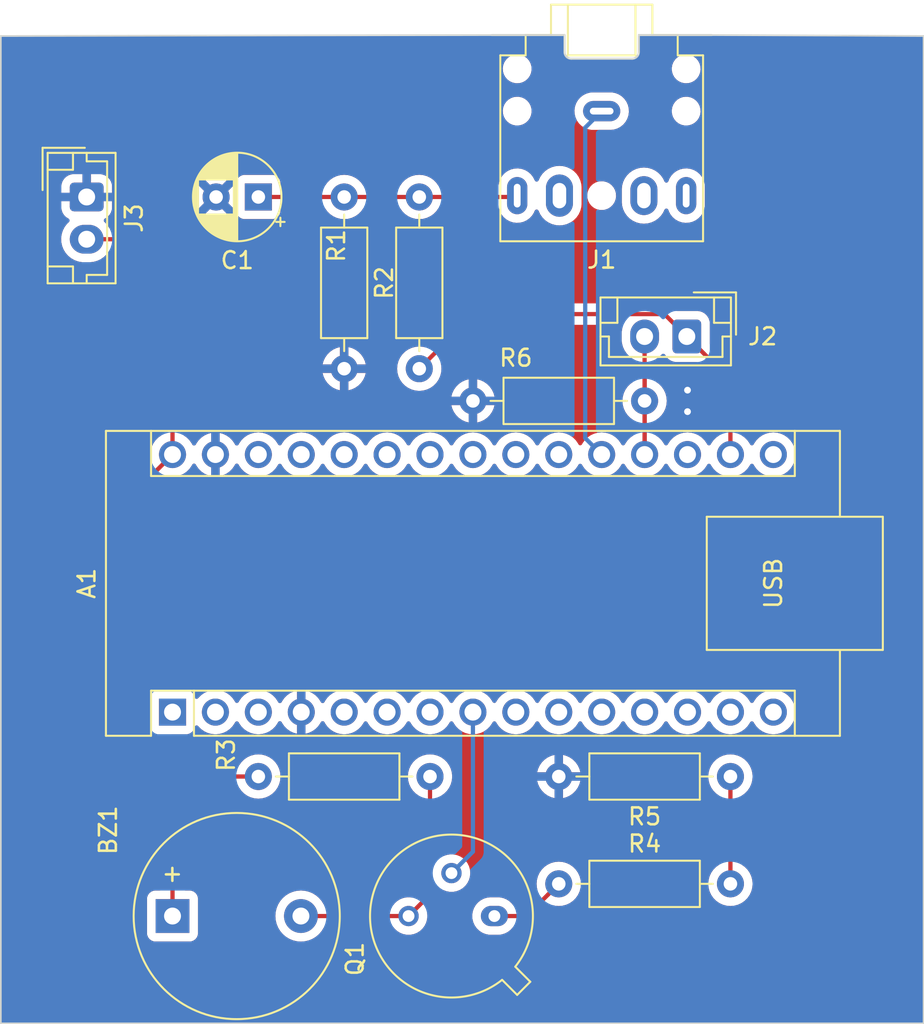
<source format=kicad_pcb>
(kicad_pcb (version 20221018) (generator pcbnew)
  (layers (0 "F.Cu" signal) (31 "B.Cu" signal) (34 "B.Paste" user) (35 "F.Paste" user) (36 "B.SilkS" user "B.Silkscreen") (37 "F.SilkS" user "F.Silkscreen") (38 "B.Mask" user) (39 "F.Mask" user) (44 "Edge.Cuts" user))
  (net 0 "")
  (net 4 "GND")
  (net 8 "/D8")
  (net 17 "+3V3")
  (net 19 "/A0")
  (net 20 "/A1")
  (net 29 "+9V")
  (net 30 "Net-(BZ1-+)")
  (net 31 "Net-(C1-Pad1)")
  (net 35 "Net-(Q1-E)")
  (net 36 "Net-(R4-Pad2)")
  (footprint "Module:Arduino_Nano" (layer "F.Cu") (at 111.76 63.5 90)
    (fp_text reference "A1" (at 7.62 -5.08 90) (layer "F.SilkS"))
    (fp_text value "Arduino_Nano_v3.x")
    (fp_text user "USB" (at 7.62 35.56 90 unlocked) (layer "F.SilkS"))
    (fp_line (start -1.4 -3.94) (end -1.4 -1.27) (stroke (width 0.12)) (layer "F.SilkS"))
    (fp_line (start -1.4 1.27) (end -1.4 39.5) (stroke (width 0.12)) (layer "F.SilkS"))
    (fp_line (start -1.4 39.5) (end 3.68 39.5) (stroke (width 0.12)) (layer "F.SilkS"))
    (fp_line (start 1.27 -1.27) (end -1.4 -1.27) (stroke (width 0.12)) (layer "F.SilkS"))
    (fp_line (start 1.27 1.27) (end -1.4 1.27) (stroke (width 0.12)) (layer "F.SilkS"))
    (fp_line (start 1.27 1.27) (end 1.27 -1.27) (stroke (width 0.12)) (layer "F.SilkS"))
    (fp_line (start 1.27 1.27) (end 1.27 36.83) (stroke (width 0.12)) (layer "F.SilkS"))
    (fp_line (start 1.27 36.83) (end -1.4 36.83) (stroke (width 0.12)) (layer "F.SilkS"))
    (fp_line (start 3.68 31.62) (end 11.56 31.62) (stroke (width 0.12)) (layer "F.SilkS"))
    (fp_line (start 3.68 42.04) (end 3.68 31.62) (stroke (width 0.12)) (layer "F.SilkS"))
    (fp_line (start 11.56 31.62) (end 11.56 42.04) (stroke (width 0.12)) (layer "F.SilkS"))
    (fp_line (start 11.56 42.04) (end 3.68 42.04) (stroke (width 0.12)) (layer "F.SilkS"))
    (fp_line (start 13.97 -1.27) (end 13.97 36.83) (stroke (width 0.12)) (layer "F.SilkS"))
    (fp_line (start 13.97 -1.27) (end 16.64 -1.27) (stroke (width 0.12)) (layer "F.SilkS"))
    (fp_line (start 13.97 36.83) (end 16.64 36.83) (stroke (width 0.12)) (layer "F.SilkS"))
    (fp_line (start 16.64 -3.94) (end -1.4 -3.94) (stroke (width 0.12)) (layer "F.SilkS"))
    (fp_line (start 16.64 39.5) (end 11.56 39.5) (stroke (width 0.12)) (layer "F.SilkS"))
    (fp_line (start 16.64 39.5) (end 16.64 -3.94) (stroke (width 0.12)) (layer "F.SilkS"))
    (pad "1" thru_hole rect (at 0 0 90) (size 1.6 1.6) (drill 1) (layers "*.Cu" "*.Mask"))
    (pad "2" thru_hole oval (at 0 2.54 90) (size 1.6 1.6) (drill 1) (layers "*.Cu" "*.Mask"))
    (pad "3" thru_hole oval (at 0 5.08 90) (size 1.6 1.6) (drill 1) (layers "*.Cu" "*.Mask"))
    (pad "4" thru_hole oval (at 0 7.62 90) (size 1.6 1.6) (drill 1) (layers "*.Cu" "*.Mask") (net 4 "GND"))
    (pad "5" thru_hole oval (at 0 10.16 90) (size 1.6 1.6) (drill 1) (layers "*.Cu" "*.Mask"))
    (pad "6" thru_hole oval (at 0 12.7 90) (size 1.6 1.6) (drill 1) (layers "*.Cu" "*.Mask"))
    (pad "7" thru_hole oval (at 0 15.24 90) (size 1.6 1.6) (drill 1) (layers "*.Cu" "*.Mask"))
    (pad "8" thru_hole oval (at 0 17.78 90) (size 1.6 1.6) (drill 1) (layers "*.Cu" "*.Mask") (net 8 "/D8"))
    (pad "9" thru_hole oval (at 0 20.32 90) (size 1.6 1.6) (drill 1) (layers "*.Cu" "*.Mask"))
    (pad "10" thru_hole oval (at 0 22.86 90) (size 1.6 1.6) (drill 1) (layers "*.Cu" "*.Mask"))
    (pad "11" thru_hole oval (at 0 25.4 90) (size 1.6 1.6) (drill 1) (layers "*.Cu" "*.Mask"))
    (pad "12" thru_hole oval (at 0 27.94 90) (size 1.6 1.6) (drill 1) (layers "*.Cu" "*.Mask"))
    (pad "13" thru_hole oval (at 0 30.48 90) (size 1.6 1.6) (drill 1) (layers "*.Cu" "*.Mask"))
    (pad "14" thru_hole oval (at 0 33.02 90) (size 1.6 1.6) (drill 1) (layers "*.Cu" "*.Mask"))
    (pad "15" thru_hole oval (at 0 35.56 90) (size 1.6 1.6) (drill 1) (layers "*.Cu" "*.Mask"))
    (pad "16" thru_hole oval (at 15.24 35.56 90) (size 1.6 1.6) (drill 1) (layers "*.Cu" "*.Mask"))
    (pad "17" thru_hole oval (at 15.24 33.02 90) (size 1.6 1.6) (drill 1) (layers "*.Cu" "*.Mask") (net 17 "+3V3"))
    (pad "18" thru_hole oval (at 15.24 30.48 90) (size 1.6 1.6) (drill 1) (layers "*.Cu" "*.Mask"))
    (pad "19" thru_hole oval (at 15.24 27.94 90) (size 1.6 1.6) (drill 1) (layers "*.Cu" "*.Mask") (net 19 "/A0"))
    (pad "20" thru_hole oval (at 15.24 25.4 90) (size 1.6 1.6) (drill 1) (layers "*.Cu" "*.Mask") (net 20 "/A1"))
    (pad "21" thru_hole oval (at 15.24 22.86 90) (size 1.6 1.6) (drill 1) (layers "*.Cu" "*.Mask"))
    (pad "22" thru_hole oval (at 15.24 20.32 90) (size 1.6 1.6) (drill 1) (layers "*.Cu" "*.Mask"))
    (pad "23" thru_hole oval (at 15.24 17.78 90) (size 1.6 1.6) (drill 1) (layers "*.Cu" "*.Mask"))
    (pad "24" thru_hole oval (at 15.24 15.24 90) (size 1.6 1.6) (drill 1) (layers "*.Cu" "*.Mask"))
    (pad "25" thru_hole oval (at 15.24 12.7 90) (size 1.6 1.6) (drill 1) (layers "*.Cu" "*.Mask"))
    (pad "26" thru_hole oval (at 15.24 10.16 90) (size 1.6 1.6) (drill 1) (layers "*.Cu" "*.Mask"))
    (pad "27" thru_hole oval (at 15.24 7.62 90) (size 1.6 1.6) (drill 1) (layers "*.Cu" "*.Mask"))
    (pad "28" thru_hole oval (at 15.24 5.08 90) (size 1.6 1.6) (drill 1) (layers "*.Cu" "*.Mask"))
    (pad "29" thru_hole oval (at 15.24 2.54 90) (size 1.6 1.6) (drill 1) (layers "*.Cu" "*.Mask") (net 4 "GND"))
    (pad "30" thru_hole oval (at 15.24 0 90) (size 1.6 1.6) (drill 1) (layers "*.Cu" "*.Mask") (net 29 "+9V"))
  )
  (footprint "Resistor_THT:R_Axial_DIN0207_L6.3mm_D2.5mm_P10.16mm_Horizontal" (layer "F.Cu") (at 144.78 67.31 180)
    (fp_text reference "R5" (at 5.08 -2.37) (layer "F.SilkS"))
    (fp_text value "10")
    (fp_line (start 1.04 0) (end 1.81 0) (stroke (width 0.12)) (layer "F.SilkS"))
    (fp_line (start 1.81 -1.37) (end 1.81 1.37) (stroke (width 0.12)) (layer "F.SilkS"))
    (fp_line (start 1.81 1.37) (end 8.35 1.37) (stroke (width 0.12)) (layer "F.SilkS"))
    (fp_line (start 8.35 -1.37) (end 1.81 -1.37) (stroke (width 0.12)) (layer "F.SilkS"))
    (fp_line (start 8.35 1.37) (end 8.35 -1.37) (stroke (width 0.12)) (layer "F.SilkS"))
    (fp_line (start 9.12 0) (end 8.35 0) (stroke (width 0.12)) (layer "F.SilkS"))
    (pad "1" thru_hole circle (at 0 0 180) (size 1.6 1.6) (drill 0.8) (layers "*.Cu" "*.Mask") (net 36 "Net-(R4-Pad2)"))
    (pad "2" thru_hole oval (at 10.16 0 180) (size 1.6 1.6) (drill 0.8) (layers "*.Cu" "*.Mask") (net 4 "GND"))
  )
  (footprint "Connector_JST:JST_EH_B2B-EH-A_1x02_P2.50mm_Vertical" (layer "F.Cu") (at 106.68 33.02 -90)
    (fp_text reference "J3" (at 1.25 -2.8 90) (layer "F.SilkS"))
    (fp_text value "Conn_01x02_Female")
    (fp_line (start -2.91 0.11) (end -2.91 2.61) (stroke (width 0.12)) (layer "F.SilkS"))
    (fp_line (start -2.91 2.61) (end -0.41 2.61) (stroke (width 0.12)) (layer "F.SilkS"))
    (fp_line (start -2.61 -1.71) (end -2.61 2.31) (stroke (width 0.12)) (layer "F.SilkS"))
    (fp_line (start -2.61 0) (end -2.11 0) (stroke (width 0.12)) (layer "F.SilkS"))
    (fp_line (start -2.61 0.81) (end -1.61 0.81) (stroke (width 0.12)) (layer "F.SilkS"))
    (fp_line (start -2.61 2.31) (end 5.11 2.31) (stroke (width 0.12)) (layer "F.SilkS"))
    (fp_line (start -2.11 -1.21) (end 4.61 -1.21) (stroke (width 0.12)) (layer "F.SilkS"))
    (fp_line (start -2.11 0) (end -2.11 -1.21) (stroke (width 0.12)) (layer "F.SilkS"))
    (fp_line (start -1.61 0.81) (end -1.61 2.31) (stroke (width 0.12)) (layer "F.SilkS"))
    (fp_line (start 4.11 0.81) (end 4.11 2.31) (stroke (width 0.12)) (layer "F.SilkS"))
    (fp_line (start 4.61 -1.21) (end 4.61 0) (stroke (width 0.12)) (layer "F.SilkS"))
    (fp_line (start 4.61 0) (end 5.11 0) (stroke (width 0.12)) (layer "F.SilkS"))
    (fp_line (start 5.11 -1.71) (end -2.61 -1.71) (stroke (width 0.12)) (layer "F.SilkS"))
    (fp_line (start 5.11 0.81) (end 4.11 0.81) (stroke (width 0.12)) (layer "F.SilkS"))
    (fp_line (start 5.11 2.31) (end 5.11 -1.71) (stroke (width 0.12)) (layer "F.SilkS"))
    (pad "1" thru_hole roundrect (at 0 0 270) (size 1.7 2) (drill 1) (layers "*.Cu" "*.Mask") (roundrect_rratio 0.1470588235) (net 4 "GND"))
    (pad "2" thru_hole oval (at 2.5 0 270) (size 1.7 2) (drill 1) (layers "*.Cu" "*.Mask") (net 29 "+9V"))
  )
  (footprint "Package_TO_SOT_THT:TO-39-3" (layer "F.Cu") (at 130.81 75.565 180)
    (fp_text reference "Q1" (at 8.255 -2.54 90) (layer "F.SilkS"))
    (fp_text value "2N2219")
    (fp_line (start -2.125856 -3.888039) (end -1.234902 -2.997084) (stroke (width 0.12)) (layer "F.SilkS"))
    (fp_line (start -1.348039 -4.665856) (end -2.125856 -3.888039) (stroke (width 0.12)) (layer "F.SilkS"))
    (fp_line (start -0.457084 -3.774902) (end -1.348039 -4.665856) (stroke (width 0.12)) (layer "F.SilkS"))
    (fp_arc (start -0.457084 -3.774902) (mid 5.948125 3.408384) (end -1.234674 -2.997371) (stroke (width 0.12)) (layer "F.SilkS"))
    (pad "1" thru_hole oval (at 0 0 180) (size 1.6 1.2) (drill 0.7) (layers "*.Cu" "*.Mask") (net 35 "Net-(Q1-E)"))
    (pad "2" thru_hole oval (at 2.54 2.54 180) (size 1.2 1.2) (drill 0.7) (layers "*.Cu" "*.Mask") (net 8 "/D8"))
    (pad "3" thru_hole oval (at 5.08 0 180) (size 1.2 1.2) (drill 0.7) (layers "*.Cu" "*.Mask") (net 30 "Net-(BZ1-+)"))
  )
  (footprint "Capacitor_THT:CP_Radial_D5.0mm_P2.50mm" (layer "F.Cu") (at 116.84 33.02 180)
    (fp_text reference "C1" (at 1.25 -3.75) (layer "F.SilkS"))
    (fp_text value "22")
    (fp_line (start -1.554775 -1.475) (end -1.054775 -1.475) (stroke (width 0.12)) (layer "F.SilkS"))
    (fp_line (start -1.304775 -1.725) (end -1.304775 -1.225) (stroke (width 0.12)) (layer "F.SilkS"))
    (fp_line (start 1.25 -2.58) (end 1.25 2.58) (stroke (width 0.12)) (layer "F.SilkS"))
    (fp_line (start 1.29 -2.58) (end 1.29 2.58) (stroke (width 0.12)) (layer "F.SilkS"))
    (fp_line (start 1.33 -2.579) (end 1.33 2.579) (stroke (width 0.12)) (layer "F.SilkS"))
    (fp_line (start 1.37 -2.578) (end 1.37 2.578) (stroke (width 0.12)) (layer "F.SilkS"))
    (fp_line (start 1.41 -2.576) (end 1.41 2.576) (stroke (width 0.12)) (layer "F.SilkS"))
    (fp_line (start 1.45 -2.573) (end 1.45 2.573) (stroke (width 0.12)) (layer "F.SilkS"))
    (fp_line (start 1.49 -2.569) (end 1.49 -1.04) (stroke (width 0.12)) (layer "F.SilkS"))
    (fp_line (start 1.49 1.04) (end 1.49 2.569) (stroke (width 0.12)) (layer "F.SilkS"))
    (fp_line (start 1.53 -2.565) (end 1.53 -1.04) (stroke (width 0.12)) (layer "F.SilkS"))
    (fp_line (start 1.53 1.04) (end 1.53 2.565) (stroke (width 0.12)) (layer "F.SilkS"))
    (fp_line (start 1.57 -2.561) (end 1.57 -1.04) (stroke (width 0.12)) (layer "F.SilkS"))
    (fp_line (start 1.57 1.04) (end 1.57 2.561) (stroke (width 0.12)) (layer "F.SilkS"))
    (fp_line (start 1.61 -2.556) (end 1.61 -1.04) (stroke (width 0.12)) (layer "F.SilkS"))
    (fp_line (start 1.61 1.04) (end 1.61 2.556) (stroke (width 0.12)) (layer "F.SilkS"))
    (fp_line (start 1.65 -2.55) (end 1.65 -1.04) (stroke (width 0.12)) (layer "F.SilkS"))
    (fp_line (start 1.65 1.04) (end 1.65 2.55) (stroke (width 0.12)) (layer "F.SilkS"))
    (fp_line (start 1.69 -2.543) (end 1.69 -1.04) (stroke (width 0.12)) (layer "F.SilkS"))
    (fp_line (start 1.69 1.04) (end 1.69 2.543) (stroke (width 0.12)) (layer "F.SilkS"))
    (fp_line (start 1.73 -2.536) (end 1.73 -1.04) (stroke (width 0.12)) (layer "F.SilkS"))
    (fp_line (start 1.73 1.04) (end 1.73 2.536) (stroke (width 0.12)) (layer "F.SilkS"))
    (fp_line (start 1.77 -2.528) (end 1.77 -1.04) (stroke (width 0.12)) (layer "F.SilkS"))
    (fp_line (start 1.77 1.04) (end 1.77 2.528) (stroke (width 0.12)) (layer "F.SilkS"))
    (fp_line (start 1.81 -2.52) (end 1.81 -1.04) (stroke (width 0.12)) (layer "F.SilkS"))
    (fp_line (start 1.81 1.04) (end 1.81 2.52) (stroke (width 0.12)) (layer "F.SilkS"))
    (fp_line (start 1.85 -2.511) (end 1.85 -1.04) (stroke (width 0.12)) (layer "F.SilkS"))
    (fp_line (start 1.85 1.04) (end 1.85 2.511) (stroke (width 0.12)) (layer "F.SilkS"))
    (fp_line (start 1.89 -2.501) (end 1.89 -1.04) (stroke (width 0.12)) (layer "F.SilkS"))
    (fp_line (start 1.89 1.04) (end 1.89 2.501) (stroke (width 0.12)) (layer "F.SilkS"))
    (fp_line (start 1.93 -2.491) (end 1.93 -1.04) (stroke (width 0.12)) (layer "F.SilkS"))
    (fp_line (start 1.93 1.04) (end 1.93 2.491) (stroke (width 0.12)) (layer "F.SilkS"))
    (fp_line (start 1.971 -2.48) (end 1.971 -1.04) (stroke (width 0.12)) (layer "F.SilkS"))
    (fp_line (start 1.971 1.04) (end 1.971 2.48) (stroke (width 0.12)) (layer "F.SilkS"))
    (fp_line (start 2.011 -2.468) (end 2.011 -1.04) (stroke (width 0.12)) (layer "F.SilkS"))
    (fp_line (start 2.011 1.04) (end 2.011 2.468) (stroke (width 0.12)) (layer "F.SilkS"))
    (fp_line (start 2.051 -2.455) (end 2.051 -1.04) (stroke (width 0.12)) (layer "F.SilkS"))
    (fp_line (start 2.051 1.04) (end 2.051 2.455) (stroke (width 0.12)) (layer "F.SilkS"))
    (fp_line (start 2.091 -2.442) (end 2.091 -1.04) (stroke (width 0.12)) (layer "F.SilkS"))
    (fp_line (start 2.091 1.04) (end 2.091 2.442) (stroke (width 0.12)) (layer "F.SilkS"))
    (fp_line (start 2.131 -2.428) (end 2.131 -1.04) (stroke (width 0.12)) (layer "F.SilkS"))
    (fp_line (start 2.131 1.04) (end 2.131 2.428) (stroke (width 0.12)) (layer "F.SilkS"))
    (fp_line (start 2.171 -2.414) (end 2.171 -1.04) (stroke (width 0.12)) (layer "F.SilkS"))
    (fp_line (start 2.171 1.04) (end 2.171 2.414) (stroke (width 0.12)) (layer "F.SilkS"))
    (fp_line (start 2.211 -2.398) (end 2.211 -1.04) (stroke (width 0.12)) (layer "F.SilkS"))
    (fp_line (start 2.211 1.04) (end 2.211 2.398) (stroke (width 0.12)) (layer "F.SilkS"))
    (fp_line (start 2.251 -2.382) (end 2.251 -1.04) (stroke (width 0.12)) (layer "F.SilkS"))
    (fp_line (start 2.251 1.04) (end 2.251 2.382) (stroke (width 0.12)) (layer "F.SilkS"))
    (fp_line (start 2.291 -2.365) (end 2.291 -1.04) (stroke (width 0.12)) (layer "F.SilkS"))
    (fp_line (start 2.291 1.04) (end 2.291 2.365) (stroke (width 0.12)) (layer "F.SilkS"))
    (fp_line (start 2.331 -2.348) (end 2.331 -1.04) (stroke (width 0.12)) (layer "F.SilkS"))
    (fp_line (start 2.331 1.04) (end 2.331 2.348) (stroke (width 0.12)) (layer "F.SilkS"))
    (fp_line (start 2.371 -2.329) (end 2.371 -1.04) (stroke (width 0.12)) (layer "F.SilkS"))
    (fp_line (start 2.371 1.04) (end 2.371 2.329) (stroke (width 0.12)) (layer "F.SilkS"))
    (fp_line (start 2.411 -2.31) (end 2.411 -1.04) (stroke (width 0.12)) (layer "F.SilkS"))
    (fp_line (start 2.411 1.04) (end 2.411 2.31) (stroke (width 0.12)) (layer "F.SilkS"))
    (fp_line (start 2.451 -2.29) (end 2.451 -1.04) (stroke (width 0.12)) (layer "F.SilkS"))
    (fp_line (start 2.451 1.04) (end 2.451 2.29) (stroke (width 0.12)) (layer "F.SilkS"))
    (fp_line (start 2.491 -2.268) (end 2.491 -1.04) (stroke (width 0.12)) (layer "F.SilkS"))
    (fp_line (start 2.491 1.04) (end 2.491 2.268) (stroke (width 0.12)) (layer "F.SilkS"))
    (fp_line (start 2.531 -2.247) (end 2.531 -1.04) (stroke (width 0.12)) (layer "F.SilkS"))
    (fp_line (start 2.531 1.04) (end 2.531 2.247) (stroke (width 0.12)) (layer "F.SilkS"))
    (fp_line (start 2.571 -2.224) (end 2.571 -1.04) (stroke (width 0.12)) (layer "F.SilkS"))
    (fp_line (start 2.571 1.04) (end 2.571 2.224) (stroke (width 0.12)) (layer "F.SilkS"))
    (fp_line (start 2.611 -2.2) (end 2.611 -1.04) (stroke (width 0.12)) (layer "F.SilkS"))
    (fp_line (start 2.611 1.04) (end 2.611 2.2) (stroke (width 0.12)) (layer "F.SilkS"))
    (fp_line (start 2.651 -2.175) (end 2.651 -1.04) (stroke (width 0.12)) (layer "F.SilkS"))
    (fp_line (start 2.651 1.04) (end 2.651 2.175) (stroke (width 0.12)) (layer "F.SilkS"))
    (fp_line (start 2.691 -2.149) (end 2.691 -1.04) (stroke (width 0.12)) (layer "F.SilkS"))
    (fp_line (start 2.691 1.04) (end 2.691 2.149) (stroke (width 0.12)) (layer "F.SilkS"))
    (fp_line (start 2.731 -2.122) (end 2.731 -1.04) (stroke (width 0.12)) (layer "F.SilkS"))
    (fp_line (start 2.731 1.04) (end 2.731 2.122) (stroke (width 0.12)) (layer "F.SilkS"))
    (fp_line (start 2.771 -2.095) (end 2.771 -1.04) (stroke (width 0.12)) (layer "F.SilkS"))
    (fp_line (start 2.771 1.04) (end 2.771 2.095) (stroke (width 0.12)) (layer "F.SilkS"))
    (fp_line (start 2.811 -2.065) (end 2.811 -1.04) (stroke (width 0.12)) (layer "F.SilkS"))
    (fp_line (start 2.811 1.04) (end 2.811 2.065) (stroke (width 0.12)) (layer "F.SilkS"))
    (fp_line (start 2.851 -2.035) (end 2.851 -1.04) (stroke (width 0.12)) (layer "F.SilkS"))
    (fp_line (start 2.851 1.04) (end 2.851 2.035) (stroke (width 0.12)) (layer "F.SilkS"))
    (fp_line (start 2.891 -2.004) (end 2.891 -1.04) (stroke (width 0.12)) (layer "F.SilkS"))
    (fp_line (start 2.891 1.04) (end 2.891 2.004) (stroke (width 0.12)) (layer "F.SilkS"))
    (fp_line (start 2.931 -1.971) (end 2.931 -1.04) (stroke (width 0.12)) (layer "F.SilkS"))
    (fp_line (start 2.931 1.04) (end 2.931 1.971) (stroke (width 0.12)) (layer "F.SilkS"))
    (fp_line (start 2.971 -1.937) (end 2.971 -1.04) (stroke (width 0.12)) (layer "F.SilkS"))
    (fp_line (start 2.971 1.04) (end 2.971 1.937) (stroke (width 0.12)) (layer "F.SilkS"))
    (fp_line (start 3.011 -1.901) (end 3.011 -1.04) (stroke (width 0.12)) (layer "F.SilkS"))
    (fp_line (start 3.011 1.04) (end 3.011 1.901) (stroke (width 0.12)) (layer "F.SilkS"))
    (fp_line (start 3.051 -1.864) (end 3.051 -1.04) (stroke (width 0.12)) (layer "F.SilkS"))
    (fp_line (start 3.051 1.04) (end 3.051 1.864) (stroke (width 0.12)) (layer "F.SilkS"))
    (fp_line (start 3.091 -1.826) (end 3.091 -1.04) (stroke (width 0.12)) (layer "F.SilkS"))
    (fp_line (start 3.091 1.04) (end 3.091 1.826) (stroke (width 0.12)) (layer "F.SilkS"))
    (fp_line (start 3.131 -1.785) (end 3.131 -1.04) (stroke (width 0.12)) (layer "F.SilkS"))
    (fp_line (start 3.131 1.04) (end 3.131 1.785) (stroke (width 0.12)) (layer "F.SilkS"))
    (fp_line (start 3.171 -1.743) (end 3.171 -1.04) (stroke (width 0.12)) (layer "F.SilkS"))
    (fp_line (start 3.171 1.04) (end 3.171 1.743) (stroke (width 0.12)) (layer "F.SilkS"))
    (fp_line (start 3.211 -1.699) (end 3.211 -1.04) (stroke (width 0.12)) (layer "F.SilkS"))
    (fp_line (start 3.211 1.04) (end 3.211 1.699) (stroke (width 0.12)) (layer "F.SilkS"))
    (fp_line (start 3.251 -1.653) (end 3.251 -1.04) (stroke (width 0.12)) (layer "F.SilkS"))
    (fp_line (start 3.251 1.04) (end 3.251 1.653) (stroke (width 0.12)) (layer "F.SilkS"))
    (fp_line (start 3.291 -1.605) (end 3.291 -1.04) (stroke (width 0.12)) (layer "F.SilkS"))
    (fp_line (start 3.291 1.04) (end 3.291 1.605) (stroke (width 0.12)) (layer "F.SilkS"))
    (fp_line (start 3.331 -1.554) (end 3.331 -1.04) (stroke (width 0.12)) (layer "F.SilkS"))
    (fp_line (start 3.331 1.04) (end 3.331 1.554) (stroke (width 0.12)) (layer "F.SilkS"))
    (fp_line (start 3.371 -1.5) (end 3.371 -1.04) (stroke (width 0.12)) (layer "F.SilkS"))
    (fp_line (start 3.371 1.04) (end 3.371 1.5) (stroke (width 0.12)) (layer "F.SilkS"))
    (fp_line (start 3.411 -1.443) (end 3.411 -1.04) (stroke (width 0.12)) (layer "F.SilkS"))
    (fp_line (start 3.411 1.04) (end 3.411 1.443) (stroke (width 0.12)) (layer "F.SilkS"))
    (fp_line (start 3.451 -1.383) (end 3.451 -1.04) (stroke (width 0.12)) (layer "F.SilkS"))
    (fp_line (start 3.451 1.04) (end 3.451 1.383) (stroke (width 0.12)) (layer "F.SilkS"))
    (fp_line (start 3.491 -1.319) (end 3.491 -1.04) (stroke (width 0.12)) (layer "F.SilkS"))
    (fp_line (start 3.491 1.04) (end 3.491 1.319) (stroke (width 0.12)) (layer "F.SilkS"))
    (fp_line (start 3.531 -1.251) (end 3.531 -1.04) (stroke (width 0.12)) (layer "F.SilkS"))
    (fp_line (start 3.531 1.04) (end 3.531 1.251) (stroke (width 0.12)) (layer "F.SilkS"))
    (fp_line (start 3.571 -1.178) (end 3.571 1.178) (stroke (width 0.12)) (layer "F.SilkS"))
    (fp_line (start 3.611 -1.098) (end 3.611 1.098) (stroke (width 0.12)) (layer "F.SilkS"))
    (fp_line (start 3.651 -1.011) (end 3.651 1.011) (stroke (width 0.12)) (layer "F.SilkS"))
    (fp_line (start 3.691 -0.915) (end 3.691 0.915) (stroke (width 0.12)) (layer "F.SilkS"))
    (fp_line (start 3.731 -0.805) (end 3.731 0.805) (stroke (width 0.12)) (layer "F.SilkS"))
    (fp_line (start 3.771 -0.677) (end 3.771 0.677) (stroke (width 0.12)) (layer "F.SilkS"))
    (fp_line (start 3.811 -0.518) (end 3.811 0.518) (stroke (width 0.12)) (layer "F.SilkS"))
    (fp_line (start 3.851 -0.284) (end 3.851 0.284) (stroke (width 0.12)) (layer "F.SilkS"))
    (fp_circle (center 1.25 0) (end 3.87 0) (stroke (width 0.12)) (fill none) (layer "F.SilkS"))
    (pad "1" thru_hole rect (at 0 0 180) (size 1.6 1.6) (drill 0.8) (layers "*.Cu" "*.Mask") (net 31 "Net-(C1-Pad1)"))
    (pad "2" thru_hole circle (at 2.5 0 180) (size 1.6 1.6) (drill 0.8) (layers "*.Cu" "*.Mask") (net 4 "GND"))
  )
  (footprint "Buzzer_Beeper:Buzzer_12x9.5RM7.6" (layer "F.Cu") (at 111.76 75.565)
    (fp_text reference "BZ1" (at -3.81 -5.08 90) (layer "F.SilkS"))
    (fp_text value "Buzzer")
    (fp_text user "+" (at -0.01 -2.54) (layer "F.SilkS"))
    (fp_circle (center 3.8 0) (end 9.9 0) (stroke (width 0.12)) (fill none) (layer "F.SilkS"))
    (pad "1" thru_hole rect (at 0 0) (size 2 2) (drill 1) (layers "*.Cu" "*.Mask") (net 29 "+9V"))
    (pad "2" thru_hole circle (at 7.6 0) (size 2 2) (drill 1) (layers "*.Cu" "*.Mask") (net 30 "Net-(BZ1-+)"))
  )
  (footprint "Resistor_THT:R_Axial_DIN0207_L6.3mm_D2.5mm_P10.16mm_Horizontal" (layer "F.Cu") (at 126.365 43.18 90)
    (fp_text reference "R1" (at 7.27 -4.91 90) (layer "F.SilkS"))
    (fp_text value "100k")
    (fp_line (start 1.04 0) (end 1.81 0) (stroke (width 0.12)) (layer "F.SilkS"))
    (fp_line (start 1.81 -1.37) (end 1.81 1.37) (stroke (width 0.12)) (layer "F.SilkS"))
    (fp_line (start 1.81 1.37) (end 8.35 1.37) (stroke (width 0.12)) (layer "F.SilkS"))
    (fp_line (start 8.35 -1.37) (end 1.81 -1.37) (stroke (width 0.12)) (layer "F.SilkS"))
    (fp_line (start 8.35 1.37) (end 8.35 -1.37) (stroke (width 0.12)) (layer "F.SilkS"))
    (fp_line (start 9.12 0) (end 8.35 0) (stroke (width 0.12)) (layer "F.SilkS"))
    (pad "1" thru_hole circle (at 0 0 90) (size 1.6 1.6) (drill 0.8) (layers "*.Cu" "*.Mask") (net 17 "+3V3"))
    (pad "2" thru_hole oval (at 10.16 0 90) (size 1.6 1.6) (drill 0.8) (layers "*.Cu" "*.Mask") (net 31 "Net-(C1-Pad1)"))
  )
  (footprint "Connector_Audio:Jack_3.5mm_CUI_SJ1-3525N_Horizontal" (layer "F.Cu") (at 137.16 27.94 180)
    (fp_text reference "J1" (at 0 -8.8) (layer "F.SilkS"))
    (fp_text value "AudioJack3_SwitchTR")
    (fp_line (start -6 -7.7) (end 6 -7.7) (stroke (width 0.12)) (layer "F.SilkS"))
    (fp_line (start -6 3.3) (end -6 -7.7) (stroke (width 0.12)) (layer "F.SilkS"))
    (fp_line (start -4.5 3.3) (end -6 3.3) (stroke (width 0.12)) (layer "F.SilkS"))
    (fp_line (start -4.5 4.5) (end -4.5 3.3) (stroke (width 0.12)) (layer "F.SilkS"))
    (fp_line (start -3 4.5) (end -4.5 4.5) (stroke (width 0.12)) (layer "F.SilkS"))
    (fp_line (start -3 6.3) (end -3 4.5) (stroke (width 0.12)) (layer "F.SilkS"))
    (fp_line (start -2 3.3) (end -2 6.3) (stroke (width 0.12)) (layer "F.SilkS"))
    (fp_line (start 2 3.3) (end -2 3.3) (stroke (width 0.12)) (layer "F.SilkS"))
    (fp_line (start 2 6.3) (end 2 3.3) (stroke (width 0.12)) (layer "F.SilkS"))
    (fp_line (start 3 4.5) (end 3 6.3) (stroke (width 0.12)) (layer "F.SilkS"))
    (fp_line (start 3 6.3) (end -3 6.3) (stroke (width 0.12)) (layer "F.SilkS"))
    (fp_line (start 4.5 3.3) (end 4.5 4.5) (stroke (width 0.12)) (layer "F.SilkS"))
    (fp_line (start 4.5 4.5) (end 3 4.5) (stroke (width 0.12)) (layer "F.SilkS"))
    (fp_line (start 6 -7.7) (end 6 3.3) (stroke (width 0.12)) (layer "F.SilkS"))
    (fp_line (start 6 3.3) (end 4.5 3.3) (stroke (width 0.12)) (layer "F.SilkS"))
    (fp_line (start -2.2 3.5) (end -2.2 4.5) (stroke (width 0.12)) (layer "Edge.Cuts"))
    (fp_line (start -2.2 4.5) (end -6.5 4.5) (stroke (width 0.12)) (layer "Edge.Cuts"))
    (fp_line (start 1.8 3.1) (end -1.8 3.1) (stroke (width 0.12)) (layer "Edge.Cuts"))
    (fp_line (start 2.2 3.5) (end 2.2 4.5) (stroke (width 0.12)) (layer "Edge.Cuts"))
    (fp_line (start 2.2 4.5) (end 6.5 4.5) (stroke (width 0.12)) (layer "Edge.Cuts"))
    (fp_arc (start -2.2 3.5) (mid -2.082842 3.217158) (end -1.8 3.1) (stroke (width 0.12)) (layer "Edge.Cuts"))
    (fp_arc (start 1.8 3.1) (mid 2.082843 3.217157) (end 2.2 3.5) (stroke (width 0.12)) (layer "Edge.Cuts"))
    (pad "" np_thru_hole circle (at -5 0 180) (size 1.2 1.2) (drill 1.2) (layers "F&B.Cu" "*.Mask"))
    (pad "" np_thru_hole circle (at -5 2.5 180) (size 1.2 1.2) (drill 1.2) (layers "F&B.Cu" "*.Mask"))
    (pad "" np_thru_hole circle (at 0 -5 180) (size 1.2 1.2) (drill 1.2) (layers "F&B.Cu" "*.Mask"))
    (pad "" np_thru_hole circle (at 5 0 180) (size 1.2 1.2) (drill 1.2) (layers "F&B.Cu" "*.Mask"))
    (pad "" np_thru_hole circle (at 5 2.5 180) (size 1.2 1.2) (drill 1.2) (layers "F&B.Cu" "*.Mask"))
    (pad "R" thru_hole oval (at -5 -5 180) (size 1.2 2.2) (drill oval 0.4 1.4) (layers "*.Cu" "*.Mask"))
    (pad "RN" thru_hole oval (at -2.5 -5 180) (size 1.6 2.3) (drill oval 0.8 1.5) (layers "*.Cu" "*.Mask"))
    (pad "S" thru_hole oval (at 0 0 180) (size 2.2 1.2) (drill oval 1.4 0.4) (layers "*.Cu" "*.Mask") (net 20 "/A1"))
    (pad "T" thru_hole oval (at 5 -5) (size 1.2 2.2) (drill oval 0.4 1.4) (layers "*.Cu" "*.Mask") (net 31 "Net-(C1-Pad1)"))
    (pad "TN" thru_hole oval (at 2.5 -5) (size 1.6 2.5) (drill oval 0.8 1.5) (layers "*.Cu" "*.Mask"))
  )
  (footprint "Resistor_THT:R_Axial_DIN0207_L6.3mm_D2.5mm_P10.16mm_Horizontal" (layer "F.Cu") (at 121.92 33.02 -90)
    (fp_text reference "R2" (at 5.08 -2.37 90) (layer "F.SilkS"))
    (fp_text value "100k")
    (fp_line (start 1.04 0) (end 1.81 0) (stroke (width 0.12)) (layer "F.SilkS"))
    (fp_line (start 1.81 -1.37) (end 1.81 1.37) (stroke (width 0.12)) (layer "F.SilkS"))
    (fp_line (start 1.81 1.37) (end 8.35 1.37) (stroke (width 0.12)) (layer "F.SilkS"))
    (fp_line (start 8.35 -1.37) (end 1.81 -1.37) (stroke (width 0.12)) (layer "F.SilkS"))
    (fp_line (start 8.35 1.37) (end 8.35 -1.37) (stroke (width 0.12)) (layer "F.SilkS"))
    (fp_line (start 9.12 0) (end 8.35 0) (stroke (width 0.12)) (layer "F.SilkS"))
    (pad "1" thru_hole circle (at 0 0 270) (size 1.6 1.6) (drill 0.8) (layers "*.Cu" "*.Mask") (net 31 "Net-(C1-Pad1)"))
    (pad "2" thru_hole oval (at 10.16 0 270) (size 1.6 1.6) (drill 0.8) (layers "*.Cu" "*.Mask") (net 4 "GND"))
  )
  (footprint "Resistor_THT:R_Axial_DIN0207_L6.3mm_D2.5mm_P10.16mm_Horizontal" (layer "F.Cu") (at 134.62 73.66)
    (fp_text reference "R4" (at 5.08 -2.37) (layer "F.SilkS"))
    (fp_text value "10")
    (fp_line (start 1.04 0) (end 1.81 0) (stroke (width 0.12)) (layer "F.SilkS"))
    (fp_line (start 1.81 -1.37) (end 1.81 1.37) (stroke (width 0.12)) (layer "F.SilkS"))
    (fp_line (start 1.81 1.37) (end 8.35 1.37) (stroke (width 0.12)) (layer "F.SilkS"))
    (fp_line (start 8.35 -1.37) (end 1.81 -1.37) (stroke (width 0.12)) (layer "F.SilkS"))
    (fp_line (start 8.35 1.37) (end 8.35 -1.37) (stroke (width 0.12)) (layer "F.SilkS"))
    (fp_line (start 9.12 0) (end 8.35 0) (stroke (width 0.12)) (layer "F.SilkS"))
    (pad "1" thru_hole circle (at 0 0) (size 1.6 1.6) (drill 0.8) (layers "*.Cu" "*.Mask") (net 35 "Net-(Q1-E)"))
    (pad "2" thru_hole oval (at 10.16 0) (size 1.6 1.6) (drill 0.8) (layers "*.Cu" "*.Mask") (net 36 "Net-(R4-Pad2)"))
  )
  (footprint "Resistor_THT:R_Axial_DIN0207_L6.3mm_D2.5mm_P10.16mm_Horizontal" (layer "F.Cu") (at 116.84 67.31)
    (fp_text reference "R3" (at -1.905 -1.27 90) (layer "F.SilkS"))
    (fp_text value "51")
    (fp_line (start 1.04 0) (end 1.81 0) (stroke (width 0.12)) (layer "F.SilkS"))
    (fp_line (start 1.81 -1.37) (end 1.81 1.37) (stroke (width 0.12)) (layer "F.SilkS"))
    (fp_line (start 1.81 1.37) (end 8.35 1.37) (stroke (width 0.12)) (layer "F.SilkS"))
    (fp_line (start 8.35 -1.37) (end 1.81 -1.37) (stroke (width 0.12)) (layer "F.SilkS"))
    (fp_line (start 8.35 1.37) (end 8.35 -1.37) (stroke (width 0.12)) (layer "F.SilkS"))
    (fp_line (start 9.12 0) (end 8.35 0) (stroke (width 0.12)) (layer "F.SilkS"))
    (pad "1" thru_hole circle (at 0 0) (size 1.6 1.6) (drill 0.8) (layers "*.Cu" "*.Mask") (net 29 "+9V"))
    (pad "2" thru_hole oval (at 10.16 0) (size 1.6 1.6) (drill 0.8) (layers "*.Cu" "*.Mask") (net 30 "Net-(BZ1-+)"))
  )
  (footprint "Resistor_THT:R_Axial_DIN0207_L6.3mm_D2.5mm_P10.16mm_Horizontal" (layer "F.Cu") (at 139.7 45.085 180)
    (fp_text reference "R6" (at 7.62 2.54 180) (layer "F.SilkS"))
    (fp_text value "2.2k")
    (fp_line (start 1.04 0) (end 1.81 0) (stroke (width 0.12)) (layer "F.SilkS"))
    (fp_line (start 1.81 -1.37) (end 1.81 1.37) (stroke (width 0.12)) (layer "F.SilkS"))
    (fp_line (start 1.81 1.37) (end 8.35 1.37) (stroke (width 0.12)) (layer "F.SilkS"))
    (fp_line (start 8.35 -1.37) (end 1.81 -1.37) (stroke (width 0.12)) (layer "F.SilkS"))
    (fp_line (start 8.35 1.37) (end 8.35 -1.37) (stroke (width 0.12)) (layer "F.SilkS"))
    (fp_line (start 9.12 0) (end 8.35 0) (stroke (width 0.12)) (layer "F.SilkS"))
    (pad "1" thru_hole circle (at 0 0 180) (size 1.6 1.6) (drill 0.8) (layers "*.Cu" "*.Mask") (net 19 "/A0"))
    (pad "2" thru_hole oval (at 10.16 0 180) (size 1.6 1.6) (drill 0.8) (layers "*.Cu" "*.Mask") (net 4 "GND"))
  )
  (footprint "Connector_JST:JST_EH_B2B-EH-A_1x02_P2.50mm_Vertical" (layer "F.Cu") (at 142.2 41.275 180)
    (fp_text reference "J2" (at -4.485 0) (layer "F.SilkS"))
    (fp_text value "Conn_01x02_Female")
    (fp_line (start -2.91 0.11) (end -2.91 2.61) (stroke (width 0.12)) (layer "F.SilkS"))
    (fp_line (start -2.91 2.61) (end -0.41 2.61) (stroke (width 0.12)) (layer "F.SilkS"))
    (fp_line (start -2.61 -1.71) (end -2.61 2.31) (stroke (width 0.12)) (layer "F.SilkS"))
    (fp_line (start -2.61 0) (end -2.11 0) (stroke (width 0.12)) (layer "F.SilkS"))
    (fp_line (start -2.61 0.81) (end -1.61 0.81) (stroke (width 0.12)) (layer "F.SilkS"))
    (fp_line (start -2.61 2.31) (end 5.11 2.31) (stroke (width 0.12)) (layer "F.SilkS"))
    (fp_line (start -2.11 -1.21) (end 4.61 -1.21) (stroke (width 0.12)) (layer "F.SilkS"))
    (fp_line (start -2.11 0) (end -2.11 -1.21) (stroke (width 0.12)) (layer "F.SilkS"))
    (fp_line (start -1.61 0.81) (end -1.61 2.31) (stroke (width 0.12)) (layer "F.SilkS"))
    (fp_line (start 4.11 0.81) (end 4.11 2.31) (stroke (width 0.12)) (layer "F.SilkS"))
    (fp_line (start 4.61 -1.21) (end 4.61 0) (stroke (width 0.12)) (layer "F.SilkS"))
    (fp_line (start 4.61 0) (end 5.11 0) (stroke (width 0.12)) (layer "F.SilkS"))
    (fp_line (start 5.11 -1.71) (end -2.61 -1.71) (stroke (width 0.12)) (layer "F.SilkS"))
    (fp_line (start 5.11 0.81) (end 4.11 0.81) (stroke (width 0.12)) (layer "F.SilkS"))
    (fp_line (start 5.11 2.31) (end 5.11 -1.71) (stroke (width 0.12)) (layer "F.SilkS"))
    (pad "1" thru_hole roundrect (at 0 0 180) (size 1.7 2) (drill 1) (layers "*.Cu" "*.Mask") (roundrect_rratio 0.1470588235) (net 17 "+3V3"))
    (pad "2" thru_hole oval (at 2.5 0 180) (size 1.7 2) (drill 1) (layers "*.Cu" "*.Mask") (net 19 "/A0"))
  )
  (gr_line (start 143.66 23.44) (end 156.21 23.495) (stroke (width 0.1)) (layer "Edge.Cuts"))
  (gr_line (start 101.6 23.495) (end 101.6 81.915) (stroke (width 0.1)) (layer "Edge.Cuts"))
  (gr_line (start 130.66 23.44) (end 101.6 23.495) (stroke (width 0.1)) (layer "Edge.Cuts"))
  (gr_line (start 156.21 81.915) (end 156.21 23.495) (stroke (width 0.1)) (layer "Edge.Cuts"))
  (gr_line (start 101.6 81.915) (end 156.21 81.915) (stroke (width 0.1)) (layer "Edge.Cuts"))
  (segment (start 114.3 45.72) (end 114.34 45.68) (width 0.25) (layer "F.Cu") (net 4))
  (via (at 142.24 45.72) (size 0.8) (drill 0.4) (layers "F.Cu" "B.Cu") (net 4))
  (via (at 142.24 44.45) (size 0.8) (drill 0.4) (layers "F.Cu" "B.Cu") (net 4))
  (segment (start 129.54 71.755) (end 128.27 73.025) (width 0.25) (layer "B.Cu") (net 8))
  (segment (start 129.54 63.5) (end 129.54 71.755) (width 0.25) (layer "B.Cu") (net 8))
  (segment (start 129.595 39.95) (end 126.365 43.18) (width 0.25) (layer "F.Cu") (net 17))
  (segment (start 140.875 39.95) (end 129.595 39.95) (width 0.25) (layer "F.Cu") (net 17))
  (segment (start 144.78 48.26) (end 144.78 43.855) (width 0.25) (layer "F.Cu") (net 17))
  (segment (start 142.2 41.275) (end 140.875 39.95) (width 0.25) (layer "F.Cu") (net 17))
  (segment (start 144.78 43.855) (end 142.2 41.275) (width 0.25) (layer "F.Cu") (net 17))
  (segment (start 139.7 45.72) (end 139.7 43.22) (width 0.25) (layer "F.Cu") (net 19))
  (segment (start 139.7 48.26) (end 139.7 41.275) (width 0.25) (layer "F.Cu") (net 19))
  (segment (start 139.7 43.22) (end 139.74 43.18) (width 0.25) (layer "F.Cu") (net 19))
  (segment (start 139.7 48.26) (end 139.7 45.72) (width 0.25) (layer "F.Cu") (net 19))
  (segment (start 137.16 27.94) (end 136.185479 28.914521) (width 0.25) (layer "B.Cu") (net 20))
  (segment (start 136.185479 47.285479) (end 137.16 48.26) (width 0.25) (layer "B.Cu") (net 20))
  (segment (start 136.185479 28.914521) (end 136.185479 47.285479) (width 0.25) (layer "B.Cu") (net 20))
  (segment (start 109.855 64.135) (end 111.76 66.04) (width 0.25) (layer "F.Cu") (net 29))
  (segment (start 111.76 66.04) (end 111.76 74.93) (width 0.25) (layer "F.Cu") (net 29))
  (segment (start 111.76 66.04) (end 113.03 67.31) (width 0.25) (layer "F.Cu") (net 29))
  (segment (start 109.855 50.165) (end 109.855 64.135) (width 0.25) (layer "F.Cu") (net 29))
  (segment (start 111.76 48.26) (end 109.855 50.165) (width 0.25) (layer "F.Cu") (net 29))
  (segment (start 106.68 35.52) (end 111.72 35.52) (width 0.25) (layer "F.Cu") (net 29))
  (segment (start 113.03 67.31) (end 116.84 67.31) (width 0.25) (layer "F.Cu") (net 29))
  (segment (start 111.72 35.52) (end 111.76 35.56) (width 0.25) (layer "F.Cu") (net 29))
  (segment (start 111.76 35.56) (end 111.76 48.26) (width 0.25) (layer "F.Cu") (net 29))
  (segment (start 127 67.31) (end 127 74.295) (width 0.25) (layer "F.Cu") (net 30))
  (segment (start 125.73 75.565) (end 119.36 75.565) (width 0.25) (layer "F.Cu") (net 30))
  (segment (start 127 74.295) (end 125.73 75.565) (width 0.25) (layer "F.Cu") (net 30))
  (segment (start 116.84 33.02) (end 121.92 33.02) (width 0.25) (layer "F.Cu") (net 31))
  (segment (start 132.08 33.02) (end 132.16 32.94) (width 0.25) (layer "F.Cu") (net 31))
  (segment (start 121.92 33.02) (end 127 33.02) (width 0.25) (layer "F.Cu") (net 31))
  (segment (start 127 33.02) (end 132.08 33.02) (width 0.25) (layer "F.Cu") (net 31))
  (segment (start 132.715 75.565) (end 130.81 75.565) (width 0.25) (layer "F.Cu") (net 35))
  (segment (start 133.985 74.295) (end 132.715 75.565) (width 0.25) (layer "F.Cu") (net 35))
  (segment (start 133.985 74.295) (end 134.62 73.66) (width 0.25) (layer "F.Cu") (net 35))
  (segment (start 144.78 73.66) (end 144.78 67.31) (width 0.25) (layer "F.Cu") (net 36))
  (zone (net 4) (net_name "GND") (layer "F.Cu") (connect_pads (clearance 0.508)) (min_thickness 0.25) (fill yes (thermal_gap 0.5) (thermal_bridge_width 0.5))
    (polygon (pts (xy 101.6 21.59) (xy 156.21 21.59) (xy 156.21 81.915) (xy 101.6 81.915)))
  )
  (zone (net 4) (net_name "GND") (layer "B.Cu") (connect_pads (clearance 0.508)) (min_thickness 0.25) (fill yes (thermal_gap 0.5) (thermal_bridge_width 0.5))
    (polygon (pts (xy 101.6 21.59) (xy 156.21 21.59) (xy 156.21 81.915) (xy 101.6 81.915)))
  )
)
</source>
